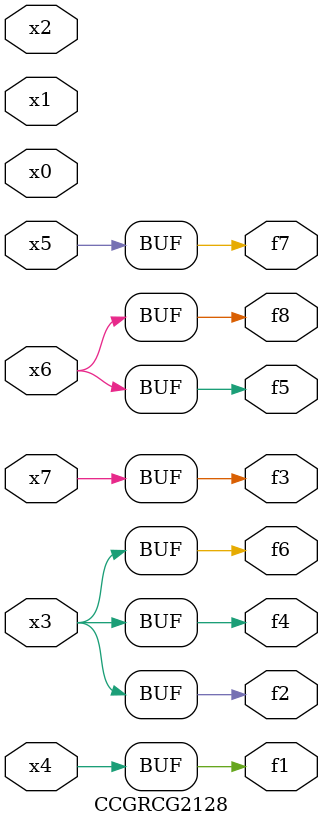
<source format=v>
module CCGRCG2128(
	input x0, x1, x2, x3, x4, x5, x6, x7,
	output f1, f2, f3, f4, f5, f6, f7, f8
);
	assign f1 = x4;
	assign f2 = x3;
	assign f3 = x7;
	assign f4 = x3;
	assign f5 = x6;
	assign f6 = x3;
	assign f7 = x5;
	assign f8 = x6;
endmodule

</source>
